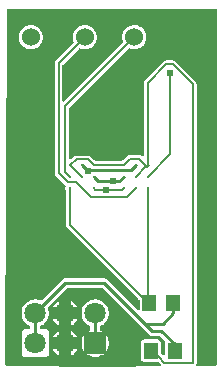
<source format=gtl>
G04 Layer: TopLayer*
G04 EasyEDA v6.5.51, 2025-09-20 15:47:23*
G04 253a245d6267489c8966ad05d83ebf9d,d57bd40a603b42be9e37e0d49851eb9c,10*
G04 Gerber Generator version 0.2*
G04 Scale: 100 percent, Rotated: No, Reflected: No *
G04 Dimensions in millimeters *
G04 leading zeros omitted , absolute positions ,4 integer and 5 decimal *
%FSLAX45Y45*%
%MOMM*%

%AMMACRO1*21,1,$1,$2,0,0,$3*%
%ADD10C,0.2540*%
%ADD11C,0.1500*%
%ADD12C,0.2800*%
%ADD13MACRO1,1.377X1.1325X90.0000*%
%ADD14C,0.2880*%
%ADD15C,1.8000*%
%ADD16MACRO1,1.8X1.8X0.0000*%
%ADD17C,1.5240*%
%ADD18C,0.0199*%
%ADD19C,0.6096*%

%LPD*%
G36*
X914247Y-3060192D02*
G01*
X23368Y-3048000D01*
X19507Y-3047187D01*
X16256Y-3044952D01*
X14122Y-3041650D01*
X13360Y-3037789D01*
X25755Y-36017D01*
X26568Y-32156D01*
X28752Y-28854D01*
X32054Y-26670D01*
X35915Y-25908D01*
X1792732Y-25908D01*
X1796643Y-26670D01*
X1799894Y-28905D01*
X1802130Y-32156D01*
X1802892Y-36068D01*
X1802892Y-3037840D01*
X1802130Y-3041700D01*
X1799945Y-3044952D01*
X1796694Y-3047187D01*
X1792884Y-3048000D01*
X1640281Y-3050082D01*
X1636420Y-3049422D01*
X1633118Y-3047288D01*
X1630832Y-3044037D01*
X1629968Y-3040176D01*
X1630680Y-3036316D01*
X1631950Y-3032912D01*
X1633423Y-3026105D01*
X1633626Y-3022346D01*
X1633626Y-667258D01*
X1632813Y-659790D01*
X1630680Y-653186D01*
X1627124Y-647039D01*
X1623517Y-642823D01*
X1454759Y-474319D01*
X1448917Y-469595D01*
X1442720Y-466445D01*
X1435862Y-464616D01*
X1430375Y-464159D01*
X1375410Y-464159D01*
X1367942Y-464972D01*
X1361338Y-467106D01*
X1355191Y-470662D01*
X1350975Y-474268D01*
X1194409Y-630834D01*
X1189685Y-636625D01*
X1186535Y-642874D01*
X1184706Y-649732D01*
X1184249Y-655218D01*
X1184249Y-1264869D01*
X1183538Y-1268628D01*
X1181506Y-1271828D01*
X1178458Y-1274064D01*
X1174800Y-1275029D01*
X1170990Y-1274572D01*
X1167688Y-1272743D01*
X1161135Y-1267409D01*
X1154938Y-1264259D01*
X1148080Y-1262430D01*
X1142593Y-1261973D01*
X1070610Y-1261973D01*
X1063142Y-1262786D01*
X1056538Y-1264920D01*
X1050391Y-1268476D01*
X1046276Y-1271981D01*
X1011580Y-1306525D01*
X1009599Y-1308049D01*
X1007364Y-1309065D01*
X1002182Y-1310589D01*
X997356Y-1313180D01*
X995019Y-1314094D01*
X992581Y-1314399D01*
X785418Y-1314399D01*
X782980Y-1314094D01*
X780643Y-1313180D01*
X775817Y-1310589D01*
X770788Y-1309065D01*
X768502Y-1308049D01*
X766521Y-1306525D01*
X739495Y-1279499D01*
X733704Y-1274775D01*
X727456Y-1271625D01*
X720598Y-1269796D01*
X715111Y-1269339D01*
X623011Y-1269339D01*
X616661Y-1269949D01*
X609904Y-1271879D01*
X603300Y-1275435D01*
X566724Y-1300378D01*
X562660Y-1302004D01*
X558292Y-1301800D01*
X554431Y-1299718D01*
X551789Y-1296263D01*
X550824Y-1291996D01*
X550824Y-872236D01*
X551586Y-868324D01*
X553821Y-865022D01*
X1055522Y-363321D01*
X1058773Y-361137D01*
X1062532Y-360324D01*
X1066393Y-361035D01*
X1074674Y-364185D01*
X1087932Y-367385D01*
X1101496Y-368706D01*
X1115110Y-368249D01*
X1128572Y-366014D01*
X1141577Y-361950D01*
X1153972Y-356209D01*
X1165453Y-348894D01*
X1175867Y-340106D01*
X1185011Y-329946D01*
X1192733Y-318719D01*
X1198880Y-306578D01*
X1203350Y-293674D01*
X1206093Y-280314D01*
X1207008Y-266700D01*
X1206093Y-253085D01*
X1203350Y-239725D01*
X1198880Y-226821D01*
X1192733Y-214680D01*
X1185011Y-203454D01*
X1175867Y-193294D01*
X1165453Y-184505D01*
X1153972Y-177190D01*
X1141577Y-171450D01*
X1128572Y-167386D01*
X1115110Y-165150D01*
X1101496Y-164693D01*
X1087932Y-166014D01*
X1074674Y-169214D01*
X1061923Y-174091D01*
X1049985Y-180644D01*
X1039012Y-188722D01*
X1029208Y-198221D01*
X1020724Y-208940D01*
X1013764Y-220675D01*
X1008481Y-233222D01*
X1004874Y-246379D01*
X1003046Y-259892D01*
X1003046Y-273507D01*
X1004874Y-287020D01*
X1008481Y-300177D01*
X1010462Y-304901D01*
X1011275Y-308813D01*
X1010513Y-312724D01*
X1008278Y-316077D01*
X514654Y-809701D01*
X511352Y-811885D01*
X507492Y-812647D01*
X503580Y-811885D01*
X500278Y-809701D01*
X498093Y-806399D01*
X497332Y-802487D01*
X497332Y-506628D01*
X498093Y-502767D01*
X500278Y-499465D01*
X636422Y-363321D01*
X639673Y-361137D01*
X643432Y-360324D01*
X647293Y-361035D01*
X655574Y-364185D01*
X668832Y-367385D01*
X682396Y-368706D01*
X696010Y-368249D01*
X709472Y-366014D01*
X722477Y-361950D01*
X734872Y-356209D01*
X746353Y-348894D01*
X756767Y-340106D01*
X765911Y-329946D01*
X773633Y-318719D01*
X779780Y-306578D01*
X784250Y-293674D01*
X786993Y-280314D01*
X787908Y-266700D01*
X786993Y-253085D01*
X784250Y-239725D01*
X779780Y-226821D01*
X773633Y-214680D01*
X765911Y-203454D01*
X756767Y-193294D01*
X746353Y-184505D01*
X734872Y-177190D01*
X722477Y-171450D01*
X709472Y-167386D01*
X696010Y-165150D01*
X682396Y-164693D01*
X668832Y-166014D01*
X655574Y-169214D01*
X642823Y-174091D01*
X630885Y-180644D01*
X619912Y-188722D01*
X610108Y-198221D01*
X601624Y-208940D01*
X594664Y-220675D01*
X589381Y-233222D01*
X585774Y-246379D01*
X583946Y-259892D01*
X583946Y-273507D01*
X585774Y-287020D01*
X589381Y-300177D01*
X591362Y-304901D01*
X592175Y-308813D01*
X591413Y-312724D01*
X589178Y-316077D01*
X440639Y-464616D01*
X435914Y-470408D01*
X432765Y-476656D01*
X430936Y-483514D01*
X430479Y-489000D01*
X430479Y-1416964D01*
X431292Y-1424432D01*
X433425Y-1431036D01*
X436981Y-1437182D01*
X440588Y-1441399D01*
X520242Y-1521053D01*
X522681Y-1524101D01*
X523798Y-1527860D01*
X523392Y-1531772D01*
X520903Y-1539951D01*
X520141Y-1547825D01*
X520903Y-1555648D01*
X523189Y-1563217D01*
X525068Y-1567383D01*
X525373Y-1569821D01*
X525373Y-1853692D01*
X526186Y-1861159D01*
X528320Y-1867763D01*
X531876Y-1873910D01*
X535482Y-1878126D01*
X1147978Y-2490622D01*
X1150162Y-2493924D01*
X1150975Y-2497836D01*
X1150975Y-2568600D01*
X1150162Y-2572461D01*
X1147978Y-2575763D01*
X1144676Y-2577998D01*
X1140815Y-2578760D01*
X1136904Y-2577998D01*
X1133602Y-2575763D01*
X879449Y-2321610D01*
X873048Y-2316378D01*
X866140Y-2312670D01*
X858672Y-2310384D01*
X850392Y-2309571D01*
X521208Y-2309571D01*
X512927Y-2310384D01*
X505459Y-2312670D01*
X498551Y-2316378D01*
X492150Y-2321610D01*
X320090Y-2493670D01*
X316839Y-2495854D01*
X313029Y-2496616D01*
X309168Y-2495905D01*
X302514Y-2493264D01*
X288391Y-2489657D01*
X273964Y-2487828D01*
X259435Y-2487828D01*
X245008Y-2489657D01*
X230886Y-2493264D01*
X217373Y-2498648D01*
X204622Y-2505659D01*
X192836Y-2514193D01*
X182219Y-2524150D01*
X172923Y-2535377D01*
X165150Y-2547670D01*
X158953Y-2560828D01*
X154432Y-2574696D01*
X151739Y-2588971D01*
X150825Y-2603500D01*
X151739Y-2618028D01*
X154432Y-2632303D01*
X158953Y-2646172D01*
X165150Y-2659329D01*
X172923Y-2671622D01*
X182219Y-2682849D01*
X192836Y-2692806D01*
X204622Y-2701340D01*
X217373Y-2708351D01*
X220370Y-2709570D01*
X223723Y-2711754D01*
X226009Y-2715056D01*
X226771Y-2719019D01*
X226771Y-2731414D01*
X226009Y-2735326D01*
X223824Y-2738628D01*
X220522Y-2740812D01*
X216611Y-2741574D01*
X177292Y-2741574D01*
X170942Y-2742285D01*
X165506Y-2744216D01*
X160578Y-2747314D01*
X156514Y-2751378D01*
X153416Y-2756306D01*
X151485Y-2761742D01*
X150774Y-2768092D01*
X150774Y-2946908D01*
X151485Y-2953258D01*
X153416Y-2958693D01*
X156514Y-2963621D01*
X160578Y-2967685D01*
X165506Y-2970784D01*
X170942Y-2972714D01*
X177292Y-2973425D01*
X356108Y-2973425D01*
X362458Y-2972714D01*
X367893Y-2970784D01*
X372821Y-2967685D01*
X376885Y-2963621D01*
X379984Y-2958693D01*
X381914Y-2953258D01*
X382625Y-2946908D01*
X382625Y-2768092D01*
X381914Y-2761742D01*
X379984Y-2756306D01*
X376885Y-2751378D01*
X372821Y-2747314D01*
X367893Y-2744216D01*
X362458Y-2742285D01*
X356108Y-2741574D01*
X316788Y-2741574D01*
X312877Y-2740812D01*
X309575Y-2738628D01*
X307390Y-2735326D01*
X306628Y-2731414D01*
X306628Y-2719019D01*
X307390Y-2715056D01*
X309676Y-2711754D01*
X313029Y-2709570D01*
X316026Y-2708351D01*
X328777Y-2701340D01*
X340563Y-2692806D01*
X351180Y-2682849D01*
X360476Y-2671622D01*
X368249Y-2659329D01*
X374446Y-2646172D01*
X378968Y-2632303D01*
X381660Y-2618028D01*
X382574Y-2603500D01*
X381660Y-2588971D01*
X378968Y-2574696D01*
X374243Y-2560218D01*
X373786Y-2556560D01*
X374650Y-2552954D01*
X376732Y-2549906D01*
X534263Y-2392375D01*
X537565Y-2390190D01*
X541426Y-2389428D01*
X830173Y-2389428D01*
X834034Y-2390190D01*
X837336Y-2392375D01*
X1228750Y-2783789D01*
X1235151Y-2789021D01*
X1242060Y-2792730D01*
X1249527Y-2795016D01*
X1257808Y-2795828D01*
X1312773Y-2795828D01*
X1316634Y-2796590D01*
X1319936Y-2798775D01*
X1361236Y-2840075D01*
X1363065Y-2842514D01*
X1364030Y-2845358D01*
X1364132Y-2848406D01*
X1363675Y-2852724D01*
X1363675Y-2950260D01*
X1362862Y-2954274D01*
X1360525Y-2957626D01*
X1357071Y-2959811D01*
X1353058Y-2960420D01*
X1349095Y-2959455D01*
X1345844Y-2956966D01*
X1331264Y-2940253D01*
X1329385Y-2937154D01*
X1328724Y-2933547D01*
X1328724Y-2852724D01*
X1328013Y-2846374D01*
X1326083Y-2840939D01*
X1323035Y-2836011D01*
X1318920Y-2831947D01*
X1314043Y-2828848D01*
X1308557Y-2826969D01*
X1302258Y-2826258D01*
X1190142Y-2826258D01*
X1183792Y-2826969D01*
X1178356Y-2828848D01*
X1173480Y-2831947D01*
X1169365Y-2836011D01*
X1166266Y-2840939D01*
X1164386Y-2846374D01*
X1163675Y-2852724D01*
X1163675Y-2989275D01*
X1164386Y-2995625D01*
X1166266Y-3001060D01*
X1169365Y-3005988D01*
X1173480Y-3010052D01*
X1178356Y-3013151D01*
X1183792Y-3015030D01*
X1190142Y-3015742D01*
X1305915Y-3015843D01*
X1308963Y-3017062D01*
X1311452Y-3019094D01*
X1327708Y-3037687D01*
X1329639Y-3040989D01*
X1330248Y-3044799D01*
X1329334Y-3048508D01*
X1327150Y-3051657D01*
X1323949Y-3053791D01*
X1320241Y-3054553D01*
G37*

%LPC*%
G36*
X767435Y-2973171D02*
G01*
X781964Y-2973171D01*
X796391Y-2971342D01*
X810514Y-2967736D01*
X824026Y-2962351D01*
X836777Y-2955340D01*
X848563Y-2946806D01*
X859180Y-2936849D01*
X868476Y-2925622D01*
X876249Y-2913329D01*
X882446Y-2900172D01*
X886968Y-2886303D01*
X889660Y-2872028D01*
X890574Y-2857500D01*
X889660Y-2842971D01*
X886968Y-2828696D01*
X882446Y-2814828D01*
X876249Y-2801670D01*
X868476Y-2789377D01*
X859180Y-2778150D01*
X848563Y-2768193D01*
X836777Y-2759659D01*
X824026Y-2752648D01*
X821029Y-2751429D01*
X817676Y-2749245D01*
X815390Y-2745943D01*
X814628Y-2741980D01*
X814628Y-2719019D01*
X815390Y-2715056D01*
X817676Y-2711754D01*
X821029Y-2709570D01*
X824026Y-2708351D01*
X836777Y-2701340D01*
X848563Y-2692806D01*
X859180Y-2682849D01*
X868476Y-2671622D01*
X876249Y-2659329D01*
X882446Y-2646172D01*
X886968Y-2632303D01*
X889660Y-2618028D01*
X890574Y-2603500D01*
X889660Y-2588971D01*
X886968Y-2574696D01*
X882446Y-2560828D01*
X876249Y-2547670D01*
X868476Y-2535377D01*
X859180Y-2524150D01*
X848563Y-2514193D01*
X836777Y-2505659D01*
X824026Y-2498648D01*
X810514Y-2493264D01*
X796391Y-2489657D01*
X781964Y-2487828D01*
X767435Y-2487828D01*
X753008Y-2489657D01*
X738886Y-2493264D01*
X725373Y-2498648D01*
X712622Y-2505659D01*
X700836Y-2514193D01*
X690219Y-2524150D01*
X680923Y-2535377D01*
X673150Y-2547670D01*
X666953Y-2560828D01*
X662432Y-2574696D01*
X659739Y-2588971D01*
X658825Y-2603500D01*
X659739Y-2618028D01*
X662432Y-2632303D01*
X666953Y-2646172D01*
X673150Y-2659329D01*
X680923Y-2671622D01*
X690219Y-2682849D01*
X700836Y-2692806D01*
X712622Y-2701340D01*
X725373Y-2708351D01*
X728370Y-2709570D01*
X731723Y-2711754D01*
X734009Y-2715056D01*
X734771Y-2719019D01*
X734771Y-2741980D01*
X734009Y-2745943D01*
X731723Y-2749245D01*
X728370Y-2751429D01*
X725373Y-2752648D01*
X712622Y-2759659D01*
X700836Y-2768193D01*
X690219Y-2778150D01*
X680923Y-2789377D01*
X673150Y-2801670D01*
X666953Y-2814828D01*
X662432Y-2828696D01*
X659739Y-2842971D01*
X658825Y-2857500D01*
X659739Y-2872028D01*
X662432Y-2886303D01*
X666953Y-2900172D01*
X673150Y-2913329D01*
X680923Y-2925622D01*
X690219Y-2936849D01*
X700836Y-2946806D01*
X712622Y-2955340D01*
X725373Y-2962351D01*
X738886Y-2967736D01*
X753008Y-2971342D01*
G37*
G36*
X572058Y-2961233D02*
G01*
X582777Y-2955340D01*
X594563Y-2946806D01*
X605180Y-2936849D01*
X614476Y-2925622D01*
X622249Y-2913329D01*
X624382Y-2908858D01*
X572058Y-2908858D01*
G37*
G36*
X469341Y-2961233D02*
G01*
X469341Y-2908858D01*
X417017Y-2908858D01*
X419150Y-2913329D01*
X426923Y-2925622D01*
X436219Y-2936849D01*
X446836Y-2946806D01*
X458622Y-2955340D01*
G37*
G36*
X417017Y-2806141D02*
G01*
X469341Y-2806141D01*
X469341Y-2753766D01*
X458622Y-2759659D01*
X446836Y-2768193D01*
X436219Y-2778150D01*
X426923Y-2789377D01*
X419150Y-2801670D01*
G37*
G36*
X572058Y-2806141D02*
G01*
X624382Y-2806141D01*
X622249Y-2801670D01*
X614476Y-2789377D01*
X605180Y-2778150D01*
X594563Y-2768193D01*
X582777Y-2759659D01*
X572058Y-2753766D01*
G37*
G36*
X572058Y-2707233D02*
G01*
X582777Y-2701340D01*
X594563Y-2692806D01*
X605180Y-2682849D01*
X614476Y-2671622D01*
X622249Y-2659329D01*
X624382Y-2654858D01*
X572058Y-2654858D01*
G37*
G36*
X469341Y-2707233D02*
G01*
X469341Y-2654858D01*
X417017Y-2654858D01*
X419150Y-2659329D01*
X426923Y-2671622D01*
X436219Y-2682849D01*
X446836Y-2692806D01*
X458622Y-2701340D01*
G37*
G36*
X417017Y-2552141D02*
G01*
X469341Y-2552141D01*
X469341Y-2499766D01*
X458622Y-2505659D01*
X446836Y-2514193D01*
X436219Y-2524150D01*
X426923Y-2535377D01*
X419150Y-2547670D01*
G37*
G36*
X572058Y-2552141D02*
G01*
X624382Y-2552141D01*
X622249Y-2547670D01*
X614476Y-2535377D01*
X605180Y-2524150D01*
X594563Y-2514193D01*
X582777Y-2505659D01*
X572058Y-2499766D01*
G37*
G36*
X225196Y-368706D02*
G01*
X238810Y-368249D01*
X252272Y-366014D01*
X265277Y-361950D01*
X277672Y-356209D01*
X289153Y-348894D01*
X299567Y-340106D01*
X308711Y-329946D01*
X316433Y-318719D01*
X322580Y-306578D01*
X327050Y-293674D01*
X329793Y-280314D01*
X330708Y-266700D01*
X329793Y-253085D01*
X327050Y-239725D01*
X322580Y-226821D01*
X316433Y-214680D01*
X308711Y-203454D01*
X299567Y-193294D01*
X289153Y-184505D01*
X277672Y-177190D01*
X265277Y-171450D01*
X252272Y-167386D01*
X238810Y-165150D01*
X225196Y-164693D01*
X211632Y-166014D01*
X198374Y-169214D01*
X185623Y-174091D01*
X173685Y-180644D01*
X162712Y-188722D01*
X152908Y-198221D01*
X144424Y-208940D01*
X137464Y-220675D01*
X132181Y-233222D01*
X128574Y-246379D01*
X126746Y-259892D01*
X126746Y-273507D01*
X128574Y-287020D01*
X132181Y-300177D01*
X137464Y-312724D01*
X144424Y-324459D01*
X152908Y-335178D01*
X162712Y-344678D01*
X173685Y-352755D01*
X185623Y-359308D01*
X198374Y-364185D01*
X211632Y-367385D01*
G37*

%LPD*%
D10*
X705104Y-1391338D02*
G01*
X710765Y-1397000D01*
X711200Y-1397000D01*
X1206550Y-1358849D02*
G01*
X1217599Y-1347800D01*
D11*
X1206500Y-1358900D02*
G01*
X1117549Y-1447850D01*
X863600Y-1562100D02*
G01*
X1003300Y-1562100D01*
X1017600Y-1547799D01*
X760399Y-1547799D02*
G01*
X774700Y-1562100D01*
X863600Y-1562100D01*
X1017600Y-1347800D02*
G01*
X760399Y-1347800D01*
X1206500Y-1358900D02*
G01*
X1143000Y-1295400D01*
X1070102Y-1295400D01*
X1017523Y-1347723D01*
D10*
X927100Y-1485900D02*
G01*
X979500Y-1485900D01*
X1017600Y-1447800D01*
D11*
X660400Y-1547799D02*
G01*
X735685Y-1623085D01*
X1042314Y-1623085D01*
X1117600Y-1547799D01*
X558800Y-1549400D02*
G01*
X558800Y-1727200D01*
X558800Y-1841500D01*
X558800Y-1841500D02*
G01*
X558800Y-1854200D01*
X1219200Y-2514600D01*
X1219200Y-1549400D02*
G01*
X1219200Y-2476500D01*
D12*
X266700Y-2603500D02*
G01*
X266700Y-2857500D01*
X1181100Y-2679700D02*
G01*
X1257300Y-2755900D01*
X1333500Y-2755900D01*
X1446199Y-2868599D01*
X1446199Y-2921000D01*
X1433576Y-2514600D02*
G01*
X1433576Y-2604770D01*
X1346200Y-2692400D01*
X1193800Y-2692400D01*
X850900Y-2349500D01*
X520700Y-2349500D01*
X266700Y-2603500D01*
X774700Y-2857500D02*
G01*
X774700Y-2603500D01*
X520700Y-2857500D02*
G01*
X520700Y-2603500D01*
D10*
X1117600Y-1347723D02*
G01*
X1074165Y-1391412D01*
X705104Y-1391412D01*
X762000Y-1447800D02*
G01*
X800100Y-1485900D01*
X927100Y-1485900D01*
D12*
X705104Y-1391335D02*
G01*
X703935Y-1391335D01*
X660400Y-1347800D01*
D11*
X760476Y-1347723D02*
G01*
X715518Y-1302765D01*
X622554Y-1302765D01*
X558800Y-1346200D01*
X558800Y-1346200D02*
G01*
X577595Y-1364995D01*
X660400Y-1447800D01*
X560400Y-1447800D02*
G01*
X517423Y-1404823D01*
X517423Y-854176D01*
X1104900Y-266700D01*
X685800Y-266700D02*
G01*
X463905Y-488594D01*
X463905Y-1417472D01*
X544220Y-1497787D01*
X610387Y-1497787D01*
X660400Y-1547799D01*
X1217599Y-1447800D02*
G01*
X1404975Y-1260424D01*
X1404975Y-566775D01*
X1217676Y-1347723D02*
G01*
X1217676Y-654812D01*
X1374902Y-497586D01*
X1430781Y-497586D01*
X1600200Y-666750D01*
X1600200Y-3022600D01*
X1358900Y-3022600D01*
X1270000Y-2921000D01*
X1246123Y-2921000D01*
D13*
G01*
X1433504Y-2514600D03*
G01*
X1233495Y-2514600D03*
D14*
G01*
X560400Y-1547799D03*
G01*
X560400Y-1447800D03*
G01*
X560400Y-1347800D03*
G01*
X660400Y-1547799D03*
G01*
X660400Y-1447800D03*
G01*
X660400Y-1347800D03*
G01*
X760399Y-1547799D03*
G01*
X760399Y-1447800D03*
G01*
X760399Y-1347800D03*
D13*
G01*
X1446204Y-2921000D03*
G01*
X1246195Y-2921000D03*
D14*
G01*
X1017600Y-1547799D03*
G01*
X1017600Y-1447800D03*
G01*
X1017600Y-1347800D03*
G01*
X1117600Y-1547799D03*
G01*
X1117600Y-1447800D03*
G01*
X1117600Y-1347800D03*
G01*
X1217599Y-1547799D03*
G01*
X1217599Y-1447800D03*
G01*
X1217599Y-1347800D03*
D15*
G01*
X266700Y-2603500D03*
G01*
X266700Y-2857500D03*
G01*
X520700Y-2603500D03*
G01*
X520700Y-2857500D03*
G01*
X774700Y-2603500D03*
D16*
G01*
X774700Y-2857494D03*
D17*
G01*
X1104900Y-266700D03*
G01*
X685800Y-266700D03*
G01*
X228600Y-266700D03*
D19*
G01*
X1404975Y-566775D03*
G01*
X863600Y-1562100D03*
G01*
X927100Y-1485900D03*
G01*
X711200Y-1397000D03*
M02*

</source>
